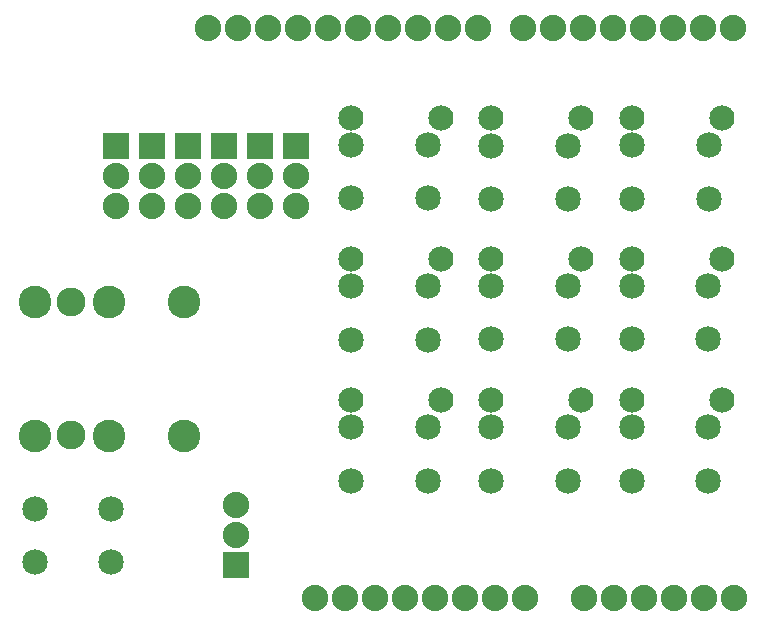
<source format=gbs>
G04 MADE WITH FRITZING*
G04 WWW.FRITZING.ORG*
G04 DOUBLE SIDED*
G04 HOLES PLATED*
G04 CONTOUR ON CENTER OF CONTOUR VECTOR*
%ASAXBY*%
%FSLAX23Y23*%
%MOIN*%
%OFA0B0*%
%SFA1.0B1.0*%
%ADD10C,0.088000*%
%ADD11C,0.109055*%
%ADD12C,0.096614*%
%ADD13C,0.085000*%
%ADD14C,0.084000*%
%ADD15R,0.088000X0.088000*%
%LNMASK0*%
G90*
G70*
G54D10*
X1808Y2004D03*
X1908Y2004D03*
X2008Y2004D03*
X2108Y2004D03*
X2208Y2004D03*
X2308Y2004D03*
X2408Y2004D03*
X2508Y2004D03*
X757Y2003D03*
X857Y2003D03*
X957Y2003D03*
X1057Y2003D03*
X1157Y2003D03*
X1257Y2003D03*
X1357Y2003D03*
X1457Y2003D03*
X1557Y2003D03*
X1657Y2003D03*
X2010Y104D03*
X2110Y104D03*
X2210Y104D03*
X2310Y104D03*
X2410Y104D03*
X2510Y104D03*
X1113Y105D03*
X1213Y105D03*
X1313Y105D03*
X1413Y105D03*
X1513Y105D03*
X1613Y105D03*
X1713Y105D03*
X1813Y105D03*
G54D11*
X676Y645D03*
X428Y645D03*
X179Y644D03*
X676Y1091D03*
X428Y1091D03*
X179Y1090D03*
G54D12*
X302Y1091D03*
X302Y646D03*
G54D13*
X2425Y495D03*
X2169Y495D03*
X2425Y673D03*
X2169Y673D03*
X1958Y494D03*
X1702Y494D03*
X1958Y672D03*
X1702Y672D03*
X1490Y494D03*
X1234Y494D03*
X1490Y672D03*
X1234Y672D03*
X2425Y966D03*
X2169Y966D03*
X2425Y1143D03*
X2169Y1143D03*
X1957Y966D03*
X1701Y966D03*
X1957Y1143D03*
X1701Y1143D03*
X1489Y965D03*
X1234Y965D03*
X1489Y1142D03*
X1234Y1142D03*
X2426Y1435D03*
X2170Y1435D03*
X2426Y1612D03*
X2170Y1612D03*
X1957Y1434D03*
X1701Y1434D03*
X1957Y1611D03*
X1701Y1611D03*
X1490Y1436D03*
X1234Y1436D03*
X1490Y1613D03*
X1234Y1613D03*
G54D14*
X2171Y765D03*
X2471Y765D03*
X1702Y765D03*
X2002Y765D03*
X1234Y765D03*
X1534Y765D03*
X2169Y1235D03*
X2469Y1235D03*
X1701Y1234D03*
X2001Y1234D03*
X1234Y1234D03*
X1534Y1234D03*
X2170Y1704D03*
X2470Y1704D03*
X1701Y1704D03*
X2001Y1704D03*
X1234Y1705D03*
X1534Y1705D03*
G54D10*
X1049Y1609D03*
X1049Y1509D03*
X1049Y1409D03*
X931Y1609D03*
X931Y1509D03*
X931Y1409D03*
X810Y1610D03*
X810Y1510D03*
X810Y1410D03*
X690Y1609D03*
X690Y1509D03*
X690Y1409D03*
X570Y1610D03*
X570Y1510D03*
X570Y1410D03*
X451Y1610D03*
X451Y1510D03*
X451Y1410D03*
X850Y212D03*
X850Y312D03*
X850Y412D03*
G54D13*
X435Y223D03*
X179Y223D03*
X435Y400D03*
X179Y400D03*
G54D15*
X1049Y1609D03*
X931Y1609D03*
X810Y1610D03*
X690Y1609D03*
X570Y1610D03*
X451Y1610D03*
X850Y212D03*
G04 End of Mask0*
M02*
</source>
